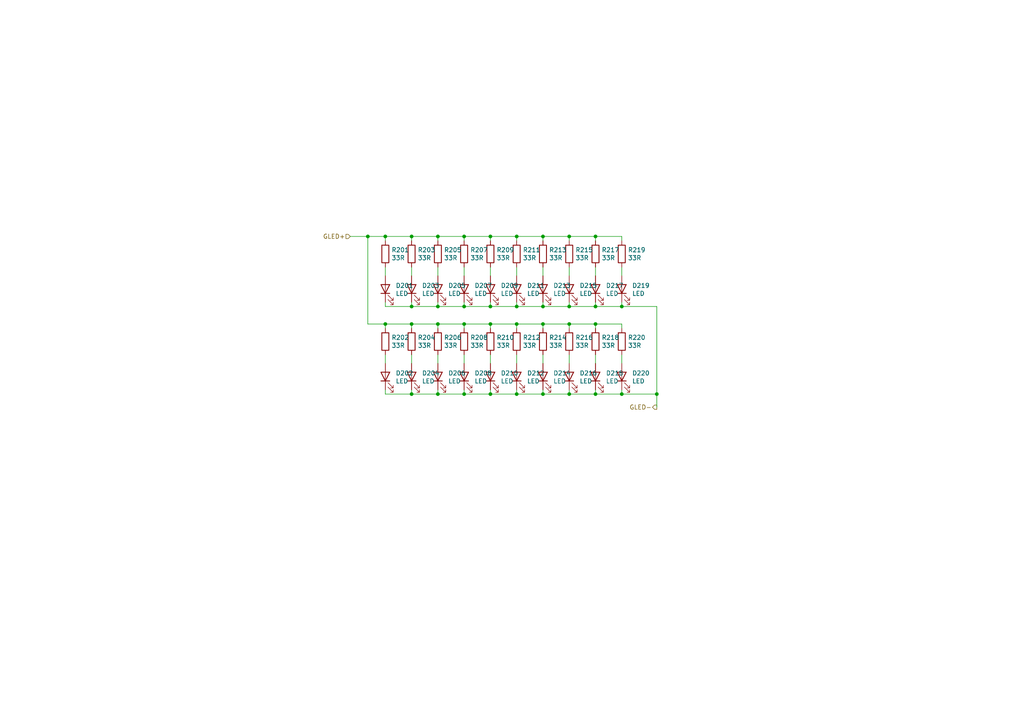
<source format=kicad_sch>
(kicad_sch (version 20211123) (generator eeschema)
  (paper "A4")
  (lib_symbols
    (symbol "Device:LED" (pin_numbers hide) (pin_names (offset 1.016) hide)
      (property "Reference" "D" (at 0 2.54 0))
      (property "Value" "Device_LED" (at 0 -2.54 0))
      (symbol "LED_0_1"
        (polyline (pts (xy -1.27 -1.27) (xy -1.27 1.27)) (stroke (width 0.254)))
        (polyline (pts (xy -1.27 0) (xy 1.27 0)))
        (polyline (pts (xy 1.27 -1.27) (xy 1.27 1.27) (xy -1.27 0) (xy 1.27 -1.27)) (stroke (width 0.254)))
        (polyline (pts (xy -3.048 -0.762) (xy -4.572 -2.286) (xy -3.81 -2.286) (xy -4.572 -2.286) (xy -4.572 -1.524)))
        (polyline (pts (xy -1.778 -0.762) (xy -3.302 -2.286) (xy -2.54 -2.286) (xy -3.302 -2.286) (xy -3.302 -1.524)))
      )
      (symbol "LED_1_1"
        (pin passive line (at -3.81 0 0) (length 2.54) (name "K") (number "1"))
        (pin passive line (at 3.81 0 180) (length 2.54) (name "A") (number "2"))
      )
    )
    (symbol "Device:R" (pin_numbers hide) (pin_names (offset 0))
      (property "Reference" "R" (at 2.032 0 90))
      (property "Value" "Device_R" (at 0 0 90))
      (symbol "R_0_1"
        (rectangle (start -1.016 -2.54) (end 1.016 2.54) (stroke (width 0.254)))
      )
      (symbol "R_1_1"
        (pin passive line (at 0 3.81 270) (length 1.27) (name "~") (number "1"))
        (pin passive line (at 0 -3.81 90) (length 1.27) (name "~") (number "2"))
      )
    )
  )
  (junction (at 119.38 93.98))
  (junction (at 157.48 88.9))
  (junction (at 127 88.9))
  (junction (at 172.72 93.98))
  (junction (at 119.38 88.9))
  (junction (at 127 93.98))
  (junction (at 157.48 114.3))
  (junction (at 106.68 68.58))
  (junction (at 190.5 114.3))
  (junction (at 134.62 68.58))
  (junction (at 165.1 88.9))
  (junction (at 180.34 88.9))
  (junction (at 127 68.58))
  (junction (at 134.62 88.9))
  (junction (at 157.48 93.98))
  (junction (at 165.1 114.3))
  (junction (at 149.86 88.9))
  (junction (at 180.34 114.3))
  (junction (at 119.38 114.3))
  (junction (at 172.72 88.9))
  (junction (at 172.72 68.58))
  (junction (at 111.76 68.58))
  (junction (at 142.24 93.98))
  (junction (at 142.24 68.58))
  (junction (at 127 114.3))
  (junction (at 142.24 88.9))
  (junction (at 134.62 114.3))
  (junction (at 149.86 114.3))
  (junction (at 165.1 93.98))
  (junction (at 111.76 93.98))
  (junction (at 142.24 114.3))
  (junction (at 134.62 93.98))
  (junction (at 119.38 68.58))
  (junction (at 172.72 114.3))
  (junction (at 149.86 93.98))
  (junction (at 165.1 68.58))
  (junction (at 149.86 68.58))
  (junction (at 157.48 68.58))
  (wire (pts (xy 165.1 113.03) (xy 165.1 114.3)))
  (wire (pts (xy 149.86 93.98) (xy 157.48 93.98)))
  (wire (pts (xy 142.24 88.9) (xy 149.86 88.9)))
  (wire (pts (xy 157.48 87.63) (xy 157.48 88.9)))
  (wire (pts (xy 165.1 68.58) (xy 172.72 68.58)))
  (wire (pts (xy 149.86 77.47) (xy 149.86 80.01)))
  (wire (pts (xy 149.86 102.87) (xy 149.86 105.41)))
  (wire (pts (xy 172.72 93.98) (xy 180.34 93.98)))
  (wire (pts (xy 157.48 69.85) (xy 157.48 68.58)))
  (wire (pts (xy 172.72 114.3) (xy 180.34 114.3)))
  (wire (pts (xy 119.38 93.98) (xy 127 93.98)))
  (wire (pts (xy 172.72 77.47) (xy 172.72 80.01)))
  (wire (pts (xy 142.24 93.98) (xy 149.86 93.98)))
  (wire (pts (xy 190.5 88.9) (xy 190.5 114.3)))
  (wire (pts (xy 106.68 68.58) (xy 111.76 68.58)))
  (wire (pts (xy 165.1 87.63) (xy 165.1 88.9)))
  (wire (pts (xy 106.68 68.58) (xy 106.68 93.98)))
  (wire (pts (xy 180.34 87.63) (xy 180.34 88.9)))
  (wire (pts (xy 119.38 102.87) (xy 119.38 105.41)))
  (wire (pts (xy 172.72 69.85) (xy 172.72 68.58)))
  (wire (pts (xy 127 68.58) (xy 134.62 68.58)))
  (wire (pts (xy 149.86 68.58) (xy 157.48 68.58)))
  (wire (pts (xy 142.24 102.87) (xy 142.24 105.41)))
  (wire (pts (xy 134.62 69.85) (xy 134.62 68.58)))
  (wire (pts (xy 111.76 69.85) (xy 111.76 68.58)))
  (wire (pts (xy 149.86 69.85) (xy 149.86 68.58)))
  (wire (pts (xy 149.86 114.3) (xy 157.48 114.3)))
  (wire (pts (xy 165.1 95.25) (xy 165.1 93.98)))
  (wire (pts (xy 142.24 77.47) (xy 142.24 80.01)))
  (wire (pts (xy 142.24 87.63) (xy 142.24 88.9)))
  (wire (pts (xy 172.72 88.9) (xy 180.34 88.9)))
  (wire (pts (xy 119.38 68.58) (xy 127 68.58)))
  (wire (pts (xy 111.76 87.63) (xy 111.76 88.9)))
  (wire (pts (xy 106.68 93.98) (xy 111.76 93.98)))
  (wire (pts (xy 111.76 88.9) (xy 119.38 88.9)))
  (wire (pts (xy 190.5 118.11) (xy 190.5 114.3)))
  (wire (pts (xy 119.38 87.63) (xy 119.38 88.9)))
  (wire (pts (xy 134.62 93.98) (xy 142.24 93.98)))
  (wire (pts (xy 127 95.25) (xy 127 93.98)))
  (wire (pts (xy 172.72 102.87) (xy 172.72 105.41)))
  (wire (pts (xy 180.34 69.85) (xy 180.34 68.58)))
  (wire (pts (xy 157.48 68.58) (xy 165.1 68.58)))
  (wire (pts (xy 180.34 95.25) (xy 180.34 93.98)))
  (wire (pts (xy 157.48 95.25) (xy 157.48 93.98)))
  (wire (pts (xy 157.48 114.3) (xy 165.1 114.3)))
  (wire (pts (xy 127 87.63) (xy 127 88.9)))
  (wire (pts (xy 127 102.87) (xy 127 105.41)))
  (wire (pts (xy 172.72 113.03) (xy 172.72 114.3)))
  (wire (pts (xy 165.1 114.3) (xy 172.72 114.3)))
  (wire (pts (xy 172.72 68.58) (xy 180.34 68.58)))
  (wire (pts (xy 111.76 114.3) (xy 119.38 114.3)))
  (wire (pts (xy 119.38 114.3) (xy 127 114.3)))
  (wire (pts (xy 157.48 88.9) (xy 165.1 88.9)))
  (wire (pts (xy 142.24 68.58) (xy 149.86 68.58)))
  (wire (pts (xy 165.1 88.9) (xy 172.72 88.9)))
  (wire (pts (xy 149.86 113.03) (xy 149.86 114.3)))
  (wire (pts (xy 180.34 77.47) (xy 180.34 80.01)))
  (wire (pts (xy 157.48 93.98) (xy 165.1 93.98)))
  (wire (pts (xy 127 113.03) (xy 127 114.3)))
  (wire (pts (xy 134.62 114.3) (xy 142.24 114.3)))
  (wire (pts (xy 119.38 95.25) (xy 119.38 93.98)))
  (wire (pts (xy 157.48 77.47) (xy 157.48 80.01)))
  (wire (pts (xy 111.76 95.25) (xy 111.76 93.98)))
  (wire (pts (xy 165.1 69.85) (xy 165.1 68.58)))
  (wire (pts (xy 111.76 113.03) (xy 111.76 114.3)))
  (wire (pts (xy 180.34 88.9) (xy 190.5 88.9)))
  (wire (pts (xy 165.1 102.87) (xy 165.1 105.41)))
  (wire (pts (xy 111.76 77.47) (xy 111.76 80.01)))
  (wire (pts (xy 165.1 77.47) (xy 165.1 80.01)))
  (wire (pts (xy 142.24 69.85) (xy 142.24 68.58)))
  (wire (pts (xy 111.76 68.58) (xy 119.38 68.58)))
  (wire (pts (xy 172.72 95.25) (xy 172.72 93.98)))
  (wire (pts (xy 134.62 95.25) (xy 134.62 93.98)))
  (wire (pts (xy 180.34 102.87) (xy 180.34 105.41)))
  (wire (pts (xy 119.38 113.03) (xy 119.38 114.3)))
  (wire (pts (xy 172.72 87.63) (xy 172.72 88.9)))
  (wire (pts (xy 101.6 68.58) (xy 106.68 68.58)))
  (wire (pts (xy 111.76 93.98) (xy 119.38 93.98)))
  (wire (pts (xy 134.62 68.58) (xy 142.24 68.58)))
  (wire (pts (xy 119.38 77.47) (xy 119.38 80.01)))
  (wire (pts (xy 127 93.98) (xy 134.62 93.98)))
  (wire (pts (xy 142.24 114.3) (xy 149.86 114.3)))
  (wire (pts (xy 127 114.3) (xy 134.62 114.3)))
  (wire (pts (xy 142.24 113.03) (xy 142.24 114.3)))
  (wire (pts (xy 127 88.9) (xy 134.62 88.9)))
  (wire (pts (xy 157.48 102.87) (xy 157.48 105.41)))
  (wire (pts (xy 149.86 88.9) (xy 157.48 88.9)))
  (wire (pts (xy 157.48 113.03) (xy 157.48 114.3)))
  (wire (pts (xy 134.62 102.87) (xy 134.62 105.41)))
  (wire (pts (xy 127 69.85) (xy 127 68.58)))
  (wire (pts (xy 142.24 95.25) (xy 142.24 93.98)))
  (wire (pts (xy 180.34 113.03) (xy 180.34 114.3)))
  (wire (pts (xy 165.1 93.98) (xy 172.72 93.98)))
  (wire (pts (xy 127 77.47) (xy 127 80.01)))
  (wire (pts (xy 134.62 113.03) (xy 134.62 114.3)))
  (wire (pts (xy 119.38 69.85) (xy 119.38 68.58)))
  (wire (pts (xy 134.62 87.63) (xy 134.62 88.9)))
  (wire (pts (xy 190.5 114.3) (xy 180.34 114.3)))
  (wire (pts (xy 111.76 102.87) (xy 111.76 105.41)))
  (wire (pts (xy 134.62 77.47) (xy 134.62 80.01)))
  (wire (pts (xy 134.62 88.9) (xy 142.24 88.9)))
  (wire (pts (xy 119.38 88.9) (xy 127 88.9)))
  (wire (pts (xy 149.86 87.63) (xy 149.86 88.9)))
  (wire (pts (xy 149.86 95.25) (xy 149.86 93.98)))
  (hierarchical_label "GLED-" (shape output) (at 190.5 118.11 180))
  (hierarchical_label "GLED+" (shape input) (at 101.6 68.58 180))
  (symbol (lib_id "Device:LED") (at 119.38 83.82 90)
    (property "Reference" "D203" (at 122.3772 82.8294 90) (effects (justify right)))
    (property "Value" "LED" (at 122.3772 85.1408 90) (effects (justify right)))
    (property "Footprint" "LED_THT:LED_D5.0mm_Horizontal_O1.27mm_Z3.0mm" (effects hide))
  )
  (symbol (lib_id "Device:LED") (at 127 83.82 90)
    (property "Reference" "D205" (at 129.9972 82.8294 90) (effects (justify right)))
    (property "Value" "LED" (at 129.9972 85.1408 90) (effects (justify right)))
    (property "Footprint" "LED_THT:LED_D5.0mm_Horizontal_O1.27mm_Z3.0mm" (effects hide))
  )
  (symbol (lib_id "Device:LED") (at 149.86 83.82 90)
    (property "Reference" "D211" (at 152.8572 82.8294 90) (effects (justify right)))
    (property "Value" "LED" (at 152.8572 85.1408 90) (effects (justify right)))
    (property "Footprint" "LED_THT:LED_D5.0mm_Horizontal_O1.27mm_Z3.0mm" (effects hide))
  )
  (symbol (lib_id "Device:LED") (at 157.48 83.82 90)
    (property "Reference" "D213" (at 160.4772 82.8294 90) (effects (justify right)))
    (property "Value" "LED" (at 160.4772 85.1408 90) (effects (justify right)))
    (property "Footprint" "LED_THT:LED_D5.0mm_Horizontal_O1.27mm_Z3.0mm" (effects hide))
  )
  (symbol (lib_id "Device:LED") (at 165.1 83.82 90)
    (property "Reference" "D215" (at 168.0972 82.8294 90) (effects (justify right)))
    (property "Value" "LED" (at 168.0972 85.1408 90) (effects (justify right)))
    (property "Footprint" "LED_THT:LED_D5.0mm_Horizontal_O1.27mm_Z3.0mm" (effects hide))
  )
  (symbol (lib_id "Device:LED") (at 172.72 83.82 90)
    (property "Reference" "D217" (at 175.7172 82.8294 90) (effects (justify right)))
    (property "Value" "LED" (at 175.7172 85.1408 90) (effects (justify right)))
    (property "Footprint" "LED_THT:LED_D5.0mm_Horizontal_O1.27mm_Z3.0mm" (effects hide))
  )
  (symbol (lib_id "Device:LED") (at 134.62 109.22 90)
    (property "Reference" "D208" (at 137.6172 108.2294 90) (effects (justify right)))
    (property "Value" "LED" (at 137.6172 110.5408 90) (effects (justify right)))
    (property "Footprint" "LED_THT:LED_D5.0mm_Horizontal_O1.27mm_Z3.0mm" (effects hide))
  )
  (symbol (lib_id "Device:LED") (at 142.24 109.22 90)
    (property "Reference" "D210" (at 145.2372 108.2294 90) (effects (justify right)))
    (property "Value" "LED" (at 145.2372 110.5408 90) (effects (justify right)))
    (property "Footprint" "LED_THT:LED_D5.0mm_Horizontal_O1.27mm_Z3.0mm" (effects hide))
  )
  (symbol (lib_id "Device:LED") (at 149.86 109.22 90)
    (property "Reference" "D212" (at 152.8572 108.2294 90) (effects (justify right)))
    (property "Value" "LED" (at 152.8572 110.5408 90) (effects (justify right)))
    (property "Footprint" "LED_THT:LED_D5.0mm_Horizontal_O1.27mm_Z3.0mm" (effects hide))
  )
  (symbol (lib_id "Device:LED") (at 157.48 109.22 90)
    (property "Reference" "D214" (at 160.4772 108.2294 90) (effects (justify right)))
    (property "Value" "LED" (at 160.4772 110.5408 90) (effects (justify right)))
    (property "Footprint" "LED_THT:LED_D5.0mm_Horizontal_O1.27mm_Z3.0mm" (effects hide))
  )
  (symbol (lib_id "Device:LED") (at 165.1 109.22 90)
    (property "Reference" "D216" (at 168.0972 108.2294 90) (effects (justify right)))
    (property "Value" "LED" (at 168.0972 110.5408 90) (effects (justify right)))
    (property "Footprint" "LED_THT:LED_D5.0mm_Horizontal_O1.27mm_Z3.0mm" (effects hide))
  )
  (symbol (lib_id "Device:LED") (at 172.72 109.22 90)
    (property "Reference" "D218" (at 175.7172 108.2294 90) (effects (justify right)))
    (property "Value" "LED" (at 175.7172 110.5408 90) (effects (justify right)))
    (property "Footprint" "LED_THT:LED_D5.0mm_Horizontal_O1.27mm_Z3.0mm" (effects hide))
  )
  (symbol (lib_id "Device:LED") (at 180.34 109.22 90)
    (property "Reference" "D220" (at 183.3372 108.2294 90) (effects (justify right)))
    (property "Value" "LED" (at 183.3372 110.5408 90) (effects (justify right)))
    (property "Footprint" "LED_THT:LED_D5.0mm_Horizontal_O1.27mm_Z3.0mm" (effects hide))
  )
  (symbol (lib_id "Device:R") (at 180.34 99.06 0)
    (property "Reference" "R220" (at 182.118 97.8916 0) (effects (justify left)))
    (property "Value" "33R" (at 182.118 100.203 0) (effects (justify left)))
    (property "Footprint" "Resistor_SMD:R_0805_2012Metric_Pad1.20x1.40mm_HandSolder" (effects hide))
  )
  (symbol (lib_id "Device:R") (at 172.72 99.06 0)
    (property "Reference" "R218" (at 174.498 97.8916 0) (effects (justify left)))
    (property "Value" "33R" (at 174.498 100.203 0) (effects (justify left)))
    (property "Footprint" "Resistor_SMD:R_0805_2012Metric_Pad1.20x1.40mm_HandSolder" (effects hide))
  )
  (symbol (lib_id "Device:R") (at 165.1 99.06 0)
    (property "Reference" "R216" (at 166.878 97.8916 0) (effects (justify left)))
    (property "Value" "33R" (at 166.878 100.203 0) (effects (justify left)))
    (property "Footprint" "Resistor_SMD:R_0805_2012Metric_Pad1.20x1.40mm_HandSolder" (effects hide))
  )
  (symbol (lib_id "Device:R") (at 157.48 99.06 0)
    (property "Reference" "R214" (at 159.258 97.8916 0) (effects (justify left)))
    (property "Value" "33R" (at 159.258 100.203 0) (effects (justify left)))
    (property "Footprint" "Resistor_SMD:R_0805_2012Metric_Pad1.20x1.40mm_HandSolder" (effects hide))
  )
  (symbol (lib_id "Device:R") (at 149.86 99.06 0)
    (property "Reference" "R212" (at 151.638 97.8916 0) (effects (justify left)))
    (property "Value" "33R" (at 151.638 100.203 0) (effects (justify left)))
    (property "Footprint" "Resistor_SMD:R_0805_2012Metric_Pad1.20x1.40mm_HandSolder" (effects hide))
  )
  (symbol (lib_id "Device:R") (at 142.24 99.06 0)
    (property "Reference" "R210" (at 144.018 97.8916 0) (effects (justify left)))
    (property "Value" "33R" (at 144.018 100.203 0) (effects (justify left)))
    (property "Footprint" "Resistor_SMD:R_0805_2012Metric_Pad1.20x1.40mm_HandSolder" (effects hide))
  )
  (symbol (lib_id "Device:R") (at 134.62 99.06 0)
    (property "Reference" "R208" (at 136.398 97.8916 0) (effects (justify left)))
    (property "Value" "33R" (at 136.398 100.203 0) (effects (justify left)))
    (property "Footprint" "Resistor_SMD:R_0805_2012Metric_Pad1.20x1.40mm_HandSolder" (effects hide))
  )
  (symbol (lib_id "Device:R") (at 127 99.06 0)
    (property "Reference" "R206" (at 128.778 97.8916 0) (effects (justify left)))
    (property "Value" "33R" (at 128.778 100.203 0) (effects (justify left)))
    (property "Footprint" "Resistor_SMD:R_0805_2012Metric_Pad1.20x1.40mm_HandSolder" (effects hide))
  )
  (symbol (lib_id "Device:R") (at 119.38 99.06 0)
    (property "Reference" "R204" (at 121.158 97.8916 0) (effects (justify left)))
    (property "Value" "33R" (at 121.158 100.203 0) (effects (justify left)))
    (property "Footprint" "Resistor_SMD:R_0805_2012Metric_Pad1.20x1.40mm_HandSolder" (effects hide))
  )
  (symbol (lib_id "Device:R") (at 111.76 99.06 0)
    (property "Reference" "R202" (at 113.538 97.8916 0) (effects (justify left)))
    (property "Value" "33R" (at 113.538 100.203 0) (effects (justify left)))
    (property "Footprint" "Resistor_SMD:R_0805_2012Metric_Pad1.20x1.40mm_HandSolder" (effects hide))
  )
  (symbol (lib_id "Device:R") (at 180.34 73.66 0)
    (property "Reference" "R219" (at 182.118 72.4916 0) (effects (justify left)))
    (property "Value" "33R" (at 182.118 74.803 0) (effects (justify left)))
    (property "Footprint" "Resistor_SMD:R_0805_2012Metric_Pad1.20x1.40mm_HandSolder" (effects hide))
  )
  (symbol (lib_id "Device:R") (at 172.72 73.66 0)
    (property "Reference" "R217" (at 174.498 72.4916 0) (effects (justify left)))
    (property "Value" "33R" (at 174.498 74.803 0) (effects (justify left)))
    (property "Footprint" "Resistor_SMD:R_0805_2012Metric_Pad1.20x1.40mm_HandSolder" (effects hide))
  )
  (symbol (lib_id "Device:R") (at 165.1 73.66 0)
    (property "Reference" "R215" (at 166.878 72.4916 0) (effects (justify left)))
    (property "Value" "33R" (at 166.878 74.803 0) (effects (justify left)))
    (property "Footprint" "Resistor_SMD:R_0805_2012Metric_Pad1.20x1.40mm_HandSolder" (effects hide))
  )
  (symbol (lib_id "Device:R") (at 157.48 73.66 0)
    (property "Reference" "R213" (at 159.258 72.4916 0) (effects (justify left)))
    (property "Value" "33R" (at 159.258 74.803 0) (effects (justify left)))
    (property "Footprint" "Resistor_SMD:R_0805_2012Metric_Pad1.20x1.40mm_HandSolder" (effects hide))
  )
  (symbol (lib_id "Device:R") (at 149.86 73.66 0)
    (property "Reference" "R211" (at 151.638 72.4916 0) (effects (justify left)))
    (property "Value" "33R" (at 151.638 74.803 0) (effects (justify left)))
    (property "Footprint" "Resistor_SMD:R_0805_2012Metric_Pad1.20x1.40mm_HandSolder" (effects hide))
  )
  (symbol (lib_id "Device:R") (at 142.24 73.66 0)
    (property "Reference" "R209" (at 144.018 72.4916 0) (effects (justify left)))
    (property "Value" "33R" (at 144.018 74.803 0) (effects (justify left)))
    (property "Footprint" "Resistor_SMD:R_0805_2012Metric_Pad1.20x1.40mm_HandSolder" (effects hide))
  )
  (symbol (lib_id "Device:R") (at 134.62 73.66 0)
    (property "Reference" "R207" (at 136.398 72.4916 0) (effects (justify left)))
    (property "Value" "33R" (at 136.398 74.803 0) (effects (justify left)))
    (property "Footprint" "Resistor_SMD:R_0805_2012Metric_Pad1.20x1.40mm_HandSolder" (effects hide))
  )
  (symbol (lib_id "Device:R") (at 127 73.66 0)
    (property "Reference" "R205" (at 128.778 72.4916 0) (effects (justify left)))
    (property "Value" "33R" (at 128.778 74.803 0) (effects (justify left)))
    (property "Footprint" "Resistor_SMD:R_0805_2012Metric_Pad1.20x1.40mm_HandSolder" (effects hide))
  )
  (symbol (lib_id "Device:R") (at 119.38 73.66 0)
    (property "Reference" "R203" (at 121.158 72.4916 0) (effects (justify left)))
    (property "Value" "33R" (at 121.158 74.803 0) (effects (justify left)))
    (property "Footprint" "Resistor_SMD:R_0805_2012Metric_Pad1.20x1.40mm_HandSolder" (effects hide))
  )
  (symbol (lib_id "Device:R") (at 111.76 73.66 0)
    (property "Reference" "R201" (at 113.538 72.4916 0) (effects (justify left)))
    (property "Value" "33R" (at 113.538 74.803 0) (effects (justify left)))
    (property "Footprint" "Resistor_SMD:R_0805_2012Metric_Pad1.20x1.40mm_HandSolder" (effects hide))
  )
  (symbol (lib_id "Device:LED") (at 111.76 83.82 90)
    (property "Reference" "D201" (at 114.7572 82.8294 90) (effects (justify right)))
    (property "Value" "LED" (at 114.7572 85.1408 90) (effects (justify right)))
    (property "Footprint" "LED_THT:LED_D5.0mm_Horizontal_O1.27mm_Z3.0mm" (effects hide))
  )
  (symbol (lib_id "Device:LED") (at 134.62 83.82 90)
    (property "Reference" "D207" (at 137.6172 82.8294 90) (effects (justify right)))
    (property "Value" "LED" (at 137.6172 85.1408 90) (effects (justify right)))
    (property "Footprint" "LED_THT:LED_D5.0mm_Horizontal_O1.27mm_Z3.0mm" (effects hide))
  )
  (symbol (lib_id "Device:LED") (at 142.24 83.82 90)
    (property "Reference" "D209" (at 145.2372 82.8294 90) (effects (justify right)))
    (property "Value" "LED" (at 145.2372 85.1408 90) (effects (justify right)))
    (property "Footprint" "LED_THT:LED_D5.0mm_Horizontal_O1.27mm_Z3.0mm" (effects hide))
  )
  (symbol (lib_id "Device:LED") (at 180.34 83.82 90)
    (property "Reference" "D219" (at 183.3372 82.8294 90) (effects (justify right)))
    (property "Value" "LED" (at 183.3372 85.1408 90) (effects (justify right)))
    (property "Footprint" "LED_THT:LED_D5.0mm_Horizontal_O1.27mm_Z3.0mm" (effects hide))
  )
  (symbol (lib_id "Device:LED") (at 111.76 109.22 90)
    (property "Reference" "D202" (at 114.7572 108.2294 90) (effects (justify right)))
    (property "Value" "LED" (at 114.7572 110.5408 90) (effects (justify right)))
    (property "Footprint" "LED_THT:LED_D5.0mm_Horizontal_O1.27mm_Z3.0mm" (effects hide))
  )
  (symbol (lib_id "Device:LED") (at 119.38 109.22 90)
    (property "Reference" "D204" (at 122.3772 108.2294 90) (effects (justify right)))
    (property "Value" "LED" (at 122.3772 110.5408 90) (effects (justify right)))
    (property "Footprint" "LED_THT:LED_D5.0mm_Horizontal_O1.27mm_Z3.0mm" (effects hide))
  )
  (symbol (lib_id "Device:LED") (at 127 109.22 90)
    (property "Reference" "D206" (at 129.9972 108.2294 90) (effects (justify right)))
    (property "Value" "LED" (at 129.9972 110.5408 90) (effects (justify right)))
    (property "Footprint" "LED_THT:LED_D5.0mm_Horizontal_O1.27mm_Z3.0mm" (effects hide))
  )
)
</source>
